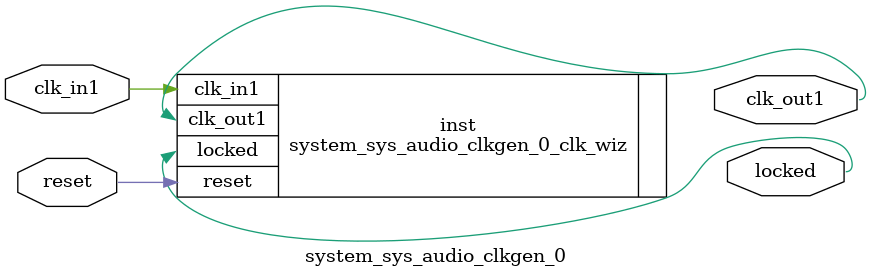
<source format=v>


`timescale 1ps/1ps

(* CORE_GENERATION_INFO = "system_sys_audio_clkgen_0,clk_wiz_v5_3_1,{component_name=system_sys_audio_clkgen_0,use_phase_alignment=true,use_min_o_jitter=false,use_max_i_jitter=false,use_dyn_phase_shift=false,use_inclk_switchover=false,use_dyn_reconfig=false,enable_axi=0,feedback_source=FDBK_AUTO,PRIMITIVE=MMCM,num_out_clk=1,clkin1_period=5.0,clkin2_period=10.0,use_power_down=false,use_reset=true,use_locked=true,use_inclk_stopped=false,feedback_type=SINGLE,CLOCK_MGR_TYPE=NA,manual_override=false}" *)

module system_sys_audio_clkgen_0 
 (
 // Clock in ports
  input         clk_in1,
  // Clock out ports
  output        clk_out1,
  // Status and control signals
  input         reset,
  output        locked
 );

  system_sys_audio_clkgen_0_clk_wiz inst
  (
 // Clock in ports
  .clk_in1(clk_in1),
  // Clock out ports  
  .clk_out1(clk_out1),
  // Status and control signals               
  .reset(reset), 
  .locked(locked)            
  );

endmodule

</source>
